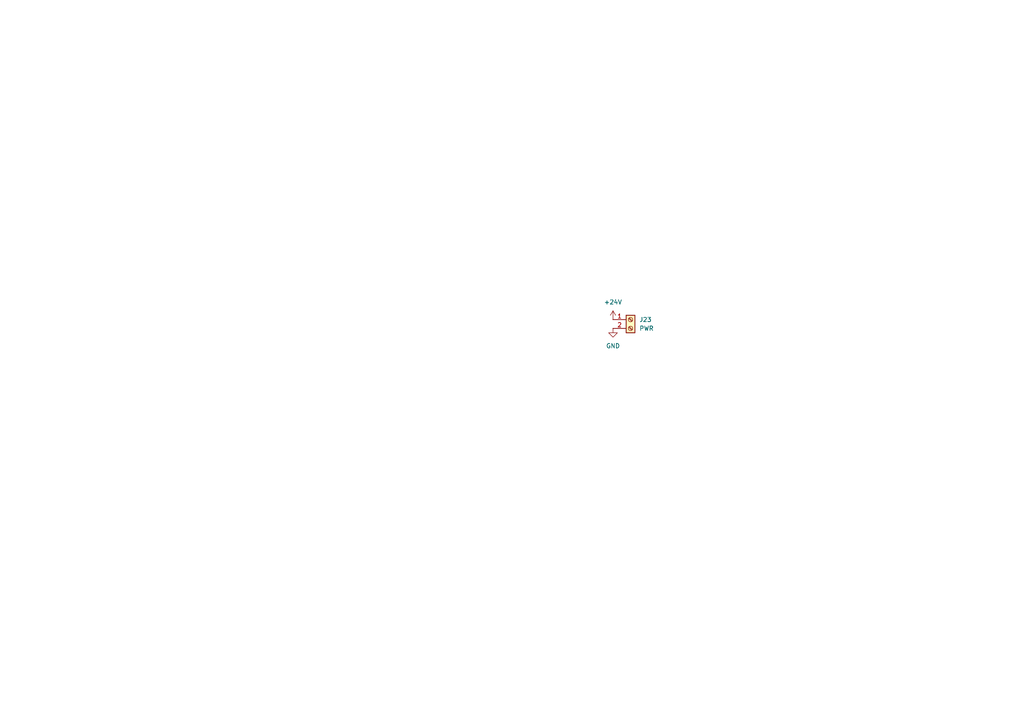
<source format=kicad_sch>
(kicad_sch (version 20250114) (generator "eeschema") (generator_version "9.0")
  (paper "A4")
  (lib_symbols
    (symbol "Connector:Screw_Terminal_01x02" (pin_names (offset 1.016) (hide yes))
      (property "Reference" "J" (at 0 2.54 0))
      (property "Value" "Screw_Terminal_01x02" (at 0 -5.08 0))
      (symbol "Screw_Terminal_01x02_1_1"
        (rectangle (start -1.27 1.27) (end 1.27 -3.81) (stroke (width 0.254)) (fill (type background)))
        (polyline (pts (xy -0.5334 0.3302) (xy 0.3302 -0.508)) (stroke (width 0.1524)))
        (polyline (pts (xy -0.5334 -2.2098) (xy 0.3302 -3.048)) (stroke (width 0.1524)))
        (polyline (pts (xy -0.3556 0.508) (xy 0.508 -0.3302)) (stroke (width 0.1524)))
        (polyline (pts (xy -0.3556 -2.032) (xy 0.508 -2.8702)) (stroke (width 0.1524)))
        (circle (center 0 0) (radius 0.635) (stroke (width 0.1524)))
        (circle (center 0 -2.54) (radius 0.635) (stroke (width 0.1524)))
        (pin passive line (at -5.08 0 0) (length 3.81) (name "Pin_1") (number "1"))
        (pin passive line (at -5.08 -2.54 0) (length 3.81) (name "Pin_2") (number "2"))
      )
    )
    (symbol "power:+24V" (power) (pin_numbers (hide yes)) (pin_names (offset 0) (hide yes))
      (property "Value" "+24V" (at 0 3.556 0))
      (symbol "+24V_0_1"
        (polyline (pts (xy -0.762 1.27) (xy 0 2.54)))
        (polyline (pts (xy 0 2.54) (xy 0.762 1.27)))
        (polyline (pts (xy 0 0) (xy 0 2.54)))
      )
      (symbol "+24V_1_1"
        (pin power_in line (at 0 0 90) (length 0) (name "~") (number "1"))
      )
    )
    (symbol "power:GND" (power) (pin_numbers (hide yes)) (pin_names (offset 0) (hide yes))
      (property "Value" "GND" (at 0 -3.81 0))
      (symbol "GND_0_1"
        (polyline (pts (xy 0 0) (xy 0 -1.27) (xy 1.27 -1.27) (xy 0 -2.54) (xy -1.27 -1.27) (xy 0 -1.27)))
      )
      (symbol "GND_1_1"
        (pin power_in line (at 0 0 270) (length 0) (name "~") (number "1"))
      )
    )
  )
  (symbol (lib_id "power:GND") (at 177.8 95.25 0) (unit 1)
    (property "Reference" "#PWR0133" (effects (hide yes)))
    (property "Value" "GND" (at 177.8 100.33 0))
    (property "Description" "Power symbol creates a global label with name \"GND\" , ground" (effects (hide yes)))
  )
  (symbol (lib_id "Connector:Screw_Terminal_01x02") (at 182.88 92.71 0) (unit 1)
    (property "Reference" "J23" (at 185.42 92.7099 0) (effects (justify left)))
    (property "Value" "PWR" (at 185.42 95.25 0) (effects (justify left)))
    (property "Footprint" "OpenA1K:1x2 Terminal Block" (effects (hide yes)))
    (property "Description" "Generic screw terminal, single row, 01x02, script generated (kicad-library-utils/schlib/autogen/connector/)" (effects (hide yes)))
  )
  (symbol (lib_id "power:+24V") (at 177.8 92.71 0) (unit 1)
    (property "Reference" "#PWR0132" (effects (hide yes)))
    (property "Value" "+24V" (at 177.8 87.63 0))
    (property "Description" "Power symbol creates a global label with name \"+24V\"" (effects (hide yes)))
  )
)
</source>
